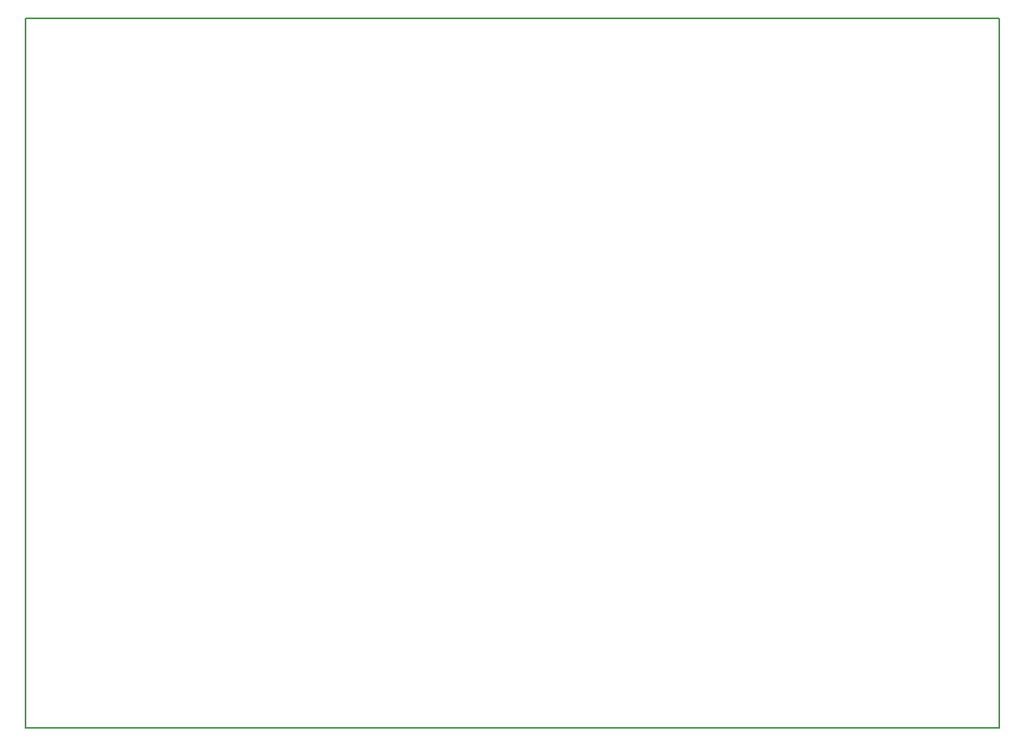
<source format=gbo>
G04 MADE WITH FRITZING*
G04 WWW.FRITZING.ORG*
G04 DOUBLE SIDED*
G04 HOLES PLATED*
G04 CONTOUR ON CENTER OF CONTOUR VECTOR*
%ASAXBY*%
%FSLAX23Y23*%
%MOIN*%
%OFA0B0*%
%SFA1.0B1.0*%
%ADD10R,4.078280X2.974870X4.062280X2.958870*%
%ADD11C,0.008000*%
%LNSILK0*%
G90*
G70*
G54D11*
X4Y2971D02*
X4074Y2971D01*
X4074Y4D01*
X4Y4D01*
X4Y2971D01*
D02*
G04 End of Silk0*
M02*
</source>
